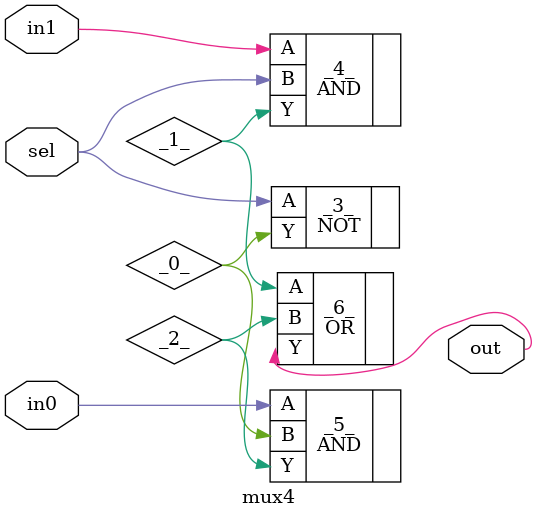
<source format=v>
/* Generated by Yosys 0.41+83 (git sha1 7045cf509, x86_64-w64-mingw32-g++ 13.2.1 -Os) */

/* cells_not_processed =  1  */
/* src = "mux4.v:2.1-7.10" */
module mux4(in0, in1, sel, out);
  wire _0_;
  wire _1_;
  wire _2_;
  /* src = "mux4.v:2.20-2.23" */
  input in0;
  wire in0;
  /* src = "mux4.v:2.25-2.28" */
  input in1;
  wire in1;
  /* src = "mux4.v:3.28-3.31" */
  output out;
  wire out;
  /* src = "mux4.v:2.30-2.33" */
  input sel;
  wire sel;
  NOT _3_ (
    .A(sel),
    .Y(_0_)
  );
  AND _4_ (
    .A(in1),
    .B(sel),
    .Y(_1_)
  );
  AND _5_ (
    .A(in0),
    .B(_0_),
    .Y(_2_)
  );
  OR _6_ (
    .A(_1_),
    .B(_2_),
    .Y(out)
  );
endmodule

</source>
